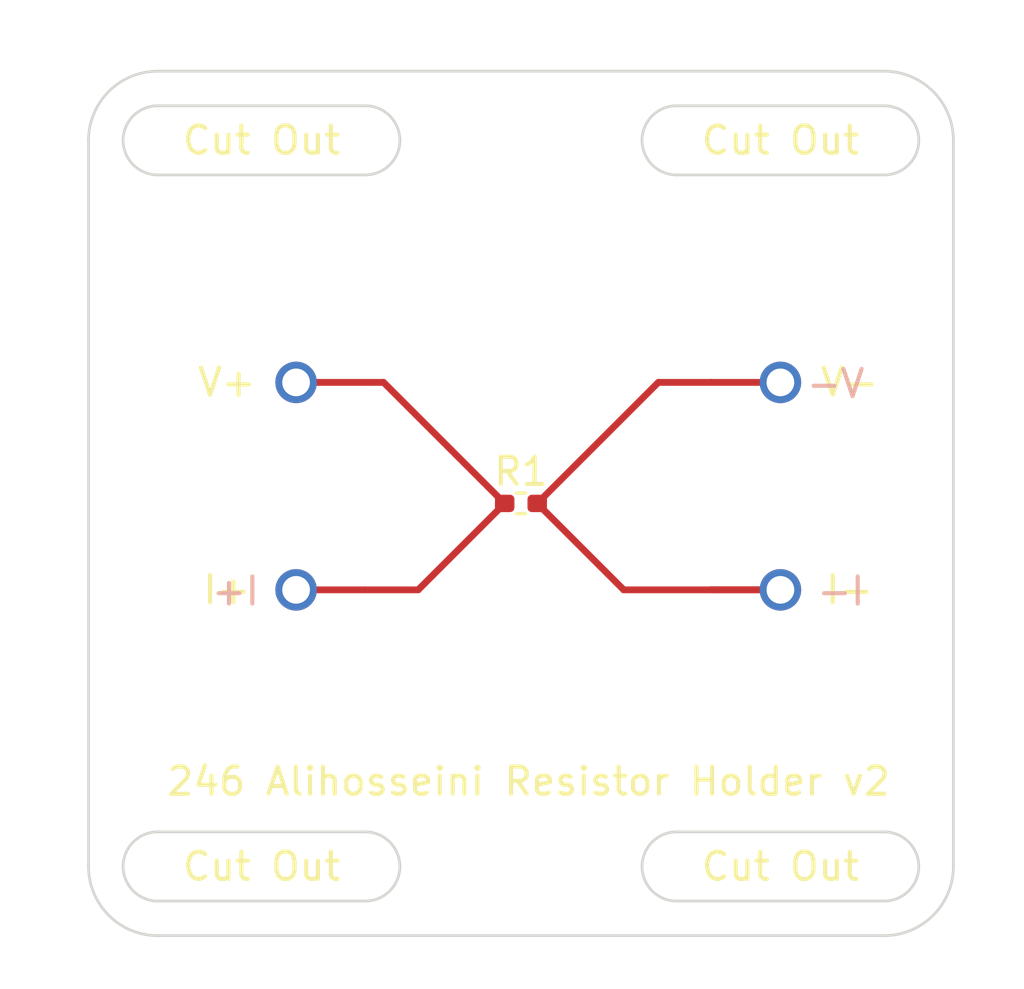
<source format=kicad_pcb>
(kicad_pcb (version 20221018) (generator pcbnew)
  (layers (0 "F.Cu" signal) (31 "B.Cu" signal) (34 "B.Paste" user) (35 "F.Paste" user) (36 "B.SilkS" user "B.Silkscreen") (37 "F.SilkS" user "F.Silkscreen") (38 "B.Mask" user) (39 "F.Mask" user) (44 "Edge.Cuts" user))
  (net 0 "")
  (net 1 "Net-(I+1-Pad1)")
  (net 2 "Net-(I-1-Pad1)")
  (footprint "_es_Mechanical:13.8 mil hole" (layer "F.Cu") (at 135.89 111.125)
    (fp_text reference "REF**" hide)
    (fp_text value "13.8 mil hole" hide)
    (pad "" np_thru_hole circle (at 0 0) (size 0.35052 0.35052) (drill 0.35052) (layers "F&B.Cu" "*.Mask"))
  )
  (footprint "_es_Mechanical:40mil PTH" (layer "F.Cu") (at 152.4 114.3)
    (fp_text reference "I-" (at 2.54 0 unlocked) (layer "F.SilkS"))
    (fp_text value "I-")
    (pad "1" thru_hole circle (at 0 0) (size 1.524 1.524) (drill 1.016) (layers "*.Cu" "*.Mask") (net 2 "Net-(I-1-Pad1)"))
  )
  (footprint "_es_Mechanical:40mil PTH" (layer "F.Cu") (at 152.4 106.68)
    (fp_text reference "V-" (at 2.54 0 unlocked) (layer "F.SilkS"))
    (fp_text value "V-")
    (pad "1" thru_hole circle (at 0 0) (size 1.524 1.524) (drill 1.016) (layers "*.Cu" "*.Mask") (net 2 "Net-(I-1-Pad1)"))
  )
  (footprint "_es_Mechanical:10 mil hole" (layer "F.Cu") (at 144.145 104.14)
    (fp_text reference "REF**" hide)
    (fp_text value "10 mil hole" hide)
    (pad "" np_thru_hole circle (at 0 0) (size 0.254 0.254) (drill 0.254) (layers "*.Cu" "*.Mask"))
  )
  (footprint "_es_Mechanical:40mil PTH" (layer "F.Cu") (at 134.62 114.3)
    (fp_text reference "I+" (at -2.54 0 unlocked) (layer "F.SilkS"))
    (fp_text value "I+")
    (pad "1" thru_hole circle (at 0 0) (size 1.524 1.524) (drill 1.016) (layers "*.Cu" "*.Mask") (net 1 "Net-(I+1-Pad1)"))
  )
  (footprint "_es_Mechanical:10 mil hole" (layer "F.Cu") (at 141.605 104.14)
    (fp_text reference "REF**" hide)
    (fp_text value "10 mil hole" hide)
    (pad "" np_thru_hole circle (at 0 0) (size 0.254 0.254) (drill 0.254) (layers "*.Cu" "*.Mask"))
  )
  (footprint "_es_Mechanical:13.8 mil hole" (layer "F.Cu") (at 149.86 111.125)
    (fp_text reference "REF**" hide)
    (fp_text value "13.8 mil hole" hide)
    (pad "" np_thru_hole circle (at 0 0) (size 0.35052 0.35052) (drill 0.35052) (layers "F&B.Cu" "*.Mask"))
  )
  (footprint "Resistor_SMD:R_0402_1005Metric_Pad0.72x0.64mm_HandSolder" (layer "F.Cu") (at 142.875 111.125)
    (fp_text reference "R1" (at 0 -1.17) (layer "F.SilkS"))
    (fp_text value "R_Small_US" hide)
    (fp_line (start -0.167621 -0.38) (end 0.167621 -0.38) (stroke (width 0.12)) (layer "F.SilkS"))
    (fp_line (start -0.167621 0.38) (end 0.167621 0.38) (stroke (width 0.12)) (layer "F.SilkS"))
    (pad "1" smd roundrect (at -0.5975 0) (size 0.715 0.64) (layers "F.Cu" "F.Paste" "F.Mask") (net 1 "Net-(I+1-Pad1)"))
    (pad "2" smd roundrect (at 0.5975 0) (size 0.715 0.64) (layers "F.Cu" "F.Paste" "F.Mask") (net 2 "Net-(I-1-Pad1)"))
  )
  (footprint "_es_Mechanical:40mil PTH" (layer "F.Cu") (at 134.62 106.68)
    (fp_text reference "V+" (at -2.54 0 unlocked) (layer "F.SilkS"))
    (fp_text value "V+")
    (pad "1" thru_hole circle (at 0 0) (size 1.524 1.524) (drill 1.016) (layers "*.Cu" "*.Mask"))
  )
  (footprint "_es_Mechanical:10 mil hole" (layer "F.Cu") (at 144.145 118.11)
    (fp_text reference "REF**" hide)
    (fp_text value "10 mil hole" hide)
    (pad "" np_thru_hole circle (at 0 0) (size 0.254 0.254) (drill 0.254) (layers "*.Cu" "*.Mask"))
  )
  (footprint "_es_Mechanical:10 mil hole" (layer "F.Cu") (at 141.605 118.11)
    (fp_text reference "REF**" hide)
    (fp_text value "10 mil hole" hide)
    (pad "" np_thru_hole circle (at 0 0) (size 0.254 0.254) (drill 0.254) (layers "*.Cu" "*.Mask"))
  )
  (footprint "_es_Mechanical:10 mil hole" (layer "F.Cu") (at 142.875 104.14)
    (fp_text reference "REF**" hide)
    (fp_text value "10 mil hole" hide)
    (pad "" np_thru_hole circle (at 0 0) (size 0.254 0.254) (drill 0.254) (layers "*.Cu" "*.Mask"))
  )
  (footprint "_es_Mechanical:10 mil hole" (layer "F.Cu") (at 142.875 118.11)
    (fp_text reference "REF**" hide)
    (fp_text value "10 mil hole" hide)
    (pad "" np_thru_hole circle (at 0 0) (size 0.254 0.254) (drill 0.254) (layers "*.Cu" "*.Mask"))
  )
  (gr_line (start 156.21 95.25) (end 129.54 95.25) (stroke (width 0.1)) (layer "Edge.Cuts"))
  (gr_line (start 127 97.79) (end 127 124.46) (stroke (width 0.1)) (layer "Edge.Cuts"))
  (gr_arc (start 129.54 125.73) (mid 128.27 124.46) (end 129.54 123.19) (stroke (width 0.1)) (layer "Edge.Cuts"))
  (gr_line (start 129.54 96.52) (end 137.16 96.52) (stroke (width 0.1)) (layer "Edge.Cuts"))
  (gr_arc (start 129.54 99.06) (mid 128.27 97.79) (end 129.54 96.52) (stroke (width 0.1)) (layer "Edge.Cuts"))
  (gr_line (start 156.21 99.06) (end 148.59 99.06) (stroke (width 0.1)) (layer "Edge.Cuts"))
  (gr_arc (start 158.75 124.46) (mid 158.006051 126.256051) (end 156.21 127) (stroke (width 0.1)) (layer "Edge.Cuts"))
  (gr_line (start 148.59 123.19) (end 156.21 123.19) (stroke (width 0.1)) (layer "Edge.Cuts"))
  (gr_line (start 129.54 123.19) (end 137.16 123.19) (stroke (width 0.1)) (layer "Edge.Cuts"))
  (gr_line (start 158.75 124.46) (end 158.75 97.79) (stroke (width 0.1)) (layer "Edge.Cuts"))
  (gr_arc (start 148.59 99.06) (mid 147.32 97.79) (end 148.59 96.52) (stroke (width 0.1)) (layer "Edge.Cuts"))
  (gr_arc (start 156.21 96.52) (mid 157.48 97.79) (end 156.21 99.06) (stroke (width 0.1)) (layer "Edge.Cuts"))
  (gr_arc (start 127 97.79) (mid 127.743949 95.993949) (end 129.54 95.25) (stroke (width 0.1)) (layer "Edge.Cuts"))
  (gr_line (start 156.21 125.73) (end 148.59 125.73) (stroke (width 0.1)) (layer "Edge.Cuts"))
  (gr_arc (start 137.16 96.52) (mid 138.43 97.79) (end 137.16 99.06) (stroke (width 0.1)) (layer "Edge.Cuts"))
  (gr_arc (start 129.54 127) (mid 127.743949 126.256051) (end 127 124.46) (stroke (width 0.1)) (layer "Edge.Cuts"))
  (gr_arc (start 156.21 123.19) (mid 157.48 124.46) (end 156.21 125.73) (stroke (width 0.1)) (layer "Edge.Cuts"))
  (gr_arc (start 148.59 125.73) (mid 147.32 124.46) (end 148.59 123.19) (stroke (width 0.1)) (layer "Edge.Cuts"))
  (gr_line (start 137.16 125.73) (end 129.54 125.73) (stroke (width 0.1)) (layer "Edge.Cuts"))
  (gr_line (start 137.16 99.06) (end 129.54 99.06) (stroke (width 0.1)) (layer "Edge.Cuts"))
  (gr_arc (start 137.16 123.19) (mid 138.43 124.46) (end 137.16 125.73) (stroke (width 0.1)) (layer "Edge.Cuts"))
  (gr_line (start 148.59 96.52) (end 156.21 96.52) (stroke (width 0.1)) (layer "Edge.Cuts"))
  (gr_arc (start 156.21 95.25) (mid 158.006051 95.993949) (end 158.75 97.79) (stroke (width 0.1)) (layer "Edge.Cuts"))
  (gr_line (start 129.54 127) (end 156.21 127) (stroke (width 0.1)) (layer "Edge.Cuts"))
  (gr_text "I+" (at 133.35 114.935) (layer "B.SilkS") (effects (font (size 1 1)) (justify left bottom mirror)))
  (gr_text "V-" (at 155.575 107.315) (layer "B.SilkS") (effects (font (size 1 1)) (justify left bottom mirror)))
  (gr_text "I-" (at 155.575 114.935) (layer "B.SilkS") (effects (font (size 1 1)) (justify left bottom mirror)))
  (gr_text "246 Alihosseini Resistor Holder v2" (at 129.794 121.92) (layer "F.SilkS") (effects (font (size 1 1)) (justify left bottom)))
  (gr_text "Cut Out" (at 133.35 97.79) (layer "F.SilkS") (effects (font (size 1 1))))
  (gr_text "Cut Out" (at 152.4 97.79) (layer "F.SilkS") (effects (font (size 1 1))))
  (gr_text "Cut Out" (at 133.35 124.46) (layer "F.SilkS") (effects (font (size 1 1))))
  (gr_text "Cut Out" (at 152.4 124.46) (layer "F.SilkS") (effects (font (size 1 1))))
  (segment (start 137.8325 106.68) (end 134.62 106.68) (width 0.25) (layer "F.Cu") (net 1))
  (segment (start 142.24 111.0875) (end 142.2775 111.125) (width 0.25) (layer "F.Cu") (net 1))
  (segment (start 142.2775 111.125) (end 137.8325 106.68) (width 0.25) (layer "F.Cu") (net 1))
  (segment (start 137.16 114.3) (end 134.62 114.3) (width 0.25) (layer "F.Cu") (net 1))
  (segment (start 139.1025 114.3) (end 137.16 114.3) (width 0.25) (layer "F.Cu") (net 1))
  (segment (start 142.2775 111.125) (end 139.1025 114.3) (width 0.25) (layer "F.Cu") (net 1))
  (segment (start 149.86 106.68) (end 152.4 106.68) (width 0.25) (layer "F.Cu") (net 2))
  (segment (start 149.86 114.3) (end 152.4 114.3) (width 0.25) (layer "F.Cu") (net 2))
  (segment (start 149.86 114.3) (end 152.4 114.3) (width 0.25) (layer "F.Cu") (net 2))
  (segment (start 143.4725 111.125) (end 146.6475 114.3) (width 0.25) (layer "F.Cu") (net 2))
  (segment (start 147.9175 106.68) (end 149.86 106.68) (width 0.25) (layer "F.Cu") (net 2))
  (segment (start 146.6475 114.3) (end 149.86 114.3) (width 0.25) (layer "F.Cu") (net 2))
  (segment (start 147.9175 106.68) (end 143.4725 111.125) (width 0.25) (layer "F.Cu") (net 2))
)
</source>
